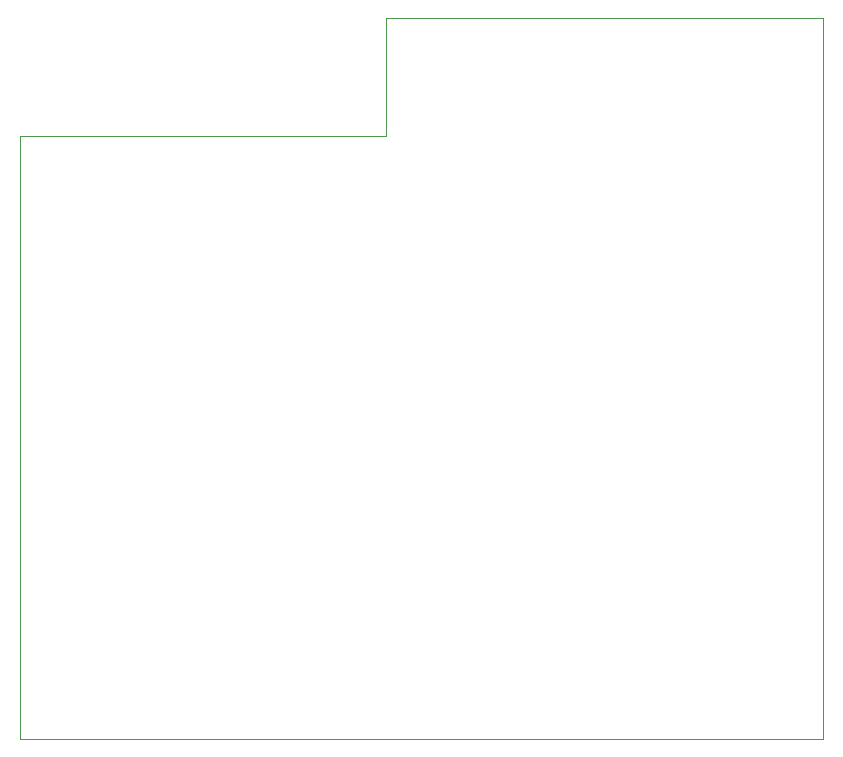
<source format=gbr>
%TF.GenerationSoftware,Altium Limited,Altium Designer,21.8.1 (53)*%
G04 Layer_Color=0*
%FSLAX43Y43*%
%MOMM*%
%TF.SameCoordinates,5F523219-7FD1-4E24-926C-018E4D8E6641*%
%TF.FilePolarity,Positive*%
%TF.FileFunction,Profile,NP*%
%TF.Part,Single*%
G01*
G75*
%TA.AperFunction,Profile*%
%ADD40C,0.025*%
D40*
X0Y0D02*
X68000D01*
Y61000D01*
X31000D01*
Y51000D01*
X0D01*
Y0D01*
%TF.MD5,2d2f2f7075f7f678215980de089c6afe*%
M02*

</source>
